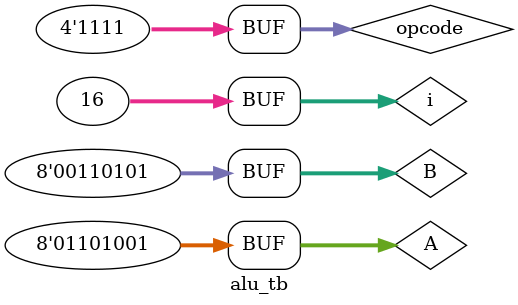
<source format=sv>
`timescale 10ns/1ps

module alu_tb;
  
  reg [7:0] A,B;
  reg [3:0] opcode;
  wire z_flag;
  wire carry_flag;
  wire [15:0] out;
  integer i;
  
  ALU alu(.A(A),.B(B),.out(out),.carry_flag(carry_flag),.z_flag(z_flag),.opcode(opcode));
  
  
  initial
    begin
      $dumpfile("dump.vcd");
      $dumpvars;
    end
  
  initial
    begin
      opcode = 4'b0;
      A	    = 8'b0;
      B     = 8'b0;
      
      #100;
      
      A = 8'h69;
      B = 8'h35;
      
      for(i = 0 ; i < 16 ; i=i+1'b1)
        begin
          opcode = i ;
          #50;
        end
    end
endmodule
      
</source>
